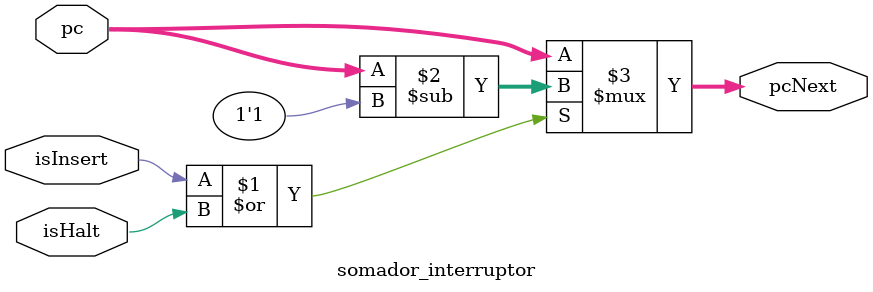
<source format=v>
module somador_interruptor(pc, isInsert, isHalt, pcNext);
	// Entradas
	input [25:0] pc;								// Endereco do contador de programa atual
	input isInsert;
	input isHalt;
	
	// Saida
	output [25:0] pcNext;						// Endereco do contador de programa do proximo ciclo
	
	assign pcNext = isInsert | isHalt ? pc - 1'b1 : pc;
endmodule

</source>
